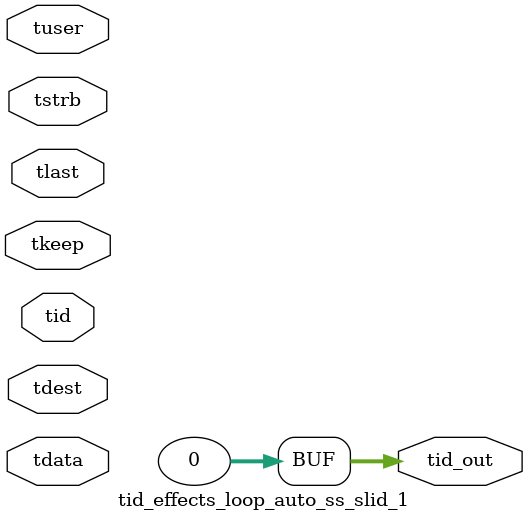
<source format=v>


`timescale 1ps/1ps

module tid_effects_loop_auto_ss_slid_1 #
(
parameter C_S_AXIS_TID_WIDTH   = 1,
parameter C_S_AXIS_TUSER_WIDTH = 0,
parameter C_S_AXIS_TDATA_WIDTH = 0,
parameter C_S_AXIS_TDEST_WIDTH = 0,
parameter C_M_AXIS_TID_WIDTH   = 32
)
(
input  [(C_S_AXIS_TID_WIDTH   == 0 ? 1 : C_S_AXIS_TID_WIDTH)-1:0       ] tid,
input  [(C_S_AXIS_TDATA_WIDTH == 0 ? 1 : C_S_AXIS_TDATA_WIDTH)-1:0     ] tdata,
input  [(C_S_AXIS_TUSER_WIDTH == 0 ? 1 : C_S_AXIS_TUSER_WIDTH)-1:0     ] tuser,
input  [(C_S_AXIS_TDEST_WIDTH == 0 ? 1 : C_S_AXIS_TDEST_WIDTH)-1:0     ] tdest,
input  [(C_S_AXIS_TDATA_WIDTH/8)-1:0 ] tkeep,
input  [(C_S_AXIS_TDATA_WIDTH/8)-1:0 ] tstrb,
input                                                                    tlast,
output [(C_M_AXIS_TID_WIDTH   == 0 ? 1 : C_M_AXIS_TID_WIDTH)-1:0       ] tid_out
);

assign tid_out = {1'b0};

endmodule


</source>
